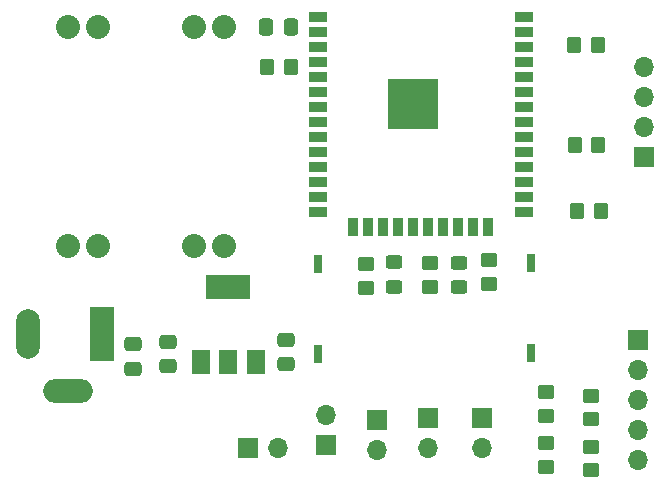
<source format=gbr>
%TF.GenerationSoftware,KiCad,Pcbnew,7.0.1*%
%TF.CreationDate,2023-04-20T22:59:21+02:00*%
%TF.ProjectId,Laserdinges,4c617365-7264-4696-9e67-65732e6b6963,rev?*%
%TF.SameCoordinates,Original*%
%TF.FileFunction,Soldermask,Top*%
%TF.FilePolarity,Negative*%
%FSLAX46Y46*%
G04 Gerber Fmt 4.6, Leading zero omitted, Abs format (unit mm)*
G04 Created by KiCad (PCBNEW 7.0.1) date 2023-04-20 22:59:21*
%MOMM*%
%LPD*%
G01*
G04 APERTURE LIST*
G04 Aperture macros list*
%AMRoundRect*
0 Rectangle with rounded corners*
0 $1 Rounding radius*
0 $2 $3 $4 $5 $6 $7 $8 $9 X,Y pos of 4 corners*
0 Add a 4 corners polygon primitive as box body*
4,1,4,$2,$3,$4,$5,$6,$7,$8,$9,$2,$3,0*
0 Add four circle primitives for the rounded corners*
1,1,$1+$1,$2,$3*
1,1,$1+$1,$4,$5*
1,1,$1+$1,$6,$7*
1,1,$1+$1,$8,$9*
0 Add four rect primitives between the rounded corners*
20,1,$1+$1,$2,$3,$4,$5,0*
20,1,$1+$1,$4,$5,$6,$7,0*
20,1,$1+$1,$6,$7,$8,$9,0*
20,1,$1+$1,$8,$9,$2,$3,0*%
G04 Aperture macros list end*
%ADD10C,2.032000*%
%ADD11RoundRect,0.250000X-0.450000X0.350000X-0.450000X-0.350000X0.450000X-0.350000X0.450000X0.350000X0*%
%ADD12RoundRect,0.250000X0.350000X0.450000X-0.350000X0.450000X-0.350000X-0.450000X0.350000X-0.450000X0*%
%ADD13R,0.760000X1.600000*%
%ADD14RoundRect,0.250000X0.475000X-0.337500X0.475000X0.337500X-0.475000X0.337500X-0.475000X-0.337500X0*%
%ADD15RoundRect,0.250000X0.450000X-0.350000X0.450000X0.350000X-0.450000X0.350000X-0.450000X-0.350000X0*%
%ADD16R,1.500000X2.000000*%
%ADD17R,3.800000X2.000000*%
%ADD18R,1.700000X1.700000*%
%ADD19O,1.700000X1.700000*%
%ADD20RoundRect,0.250000X0.337500X0.475000X-0.337500X0.475000X-0.337500X-0.475000X0.337500X-0.475000X0*%
%ADD21R,2.000000X4.600000*%
%ADD22O,2.000000X4.200000*%
%ADD23O,4.200000X2.000000*%
%ADD24RoundRect,0.250000X0.450000X-0.325000X0.450000X0.325000X-0.450000X0.325000X-0.450000X-0.325000X0*%
%ADD25RoundRect,0.250000X-0.475000X0.337500X-0.475000X-0.337500X0.475000X-0.337500X0.475000X0.337500X0*%
%ADD26R,1.500000X0.900000*%
%ADD27R,0.900000X1.500000*%
%ADD28C,0.600000*%
%ADD29R,4.200000X4.200000*%
%ADD30RoundRect,0.250000X-0.350000X-0.450000X0.350000X-0.450000X0.350000X0.450000X-0.350000X0.450000X0*%
G04 APERTURE END LIST*
D10*
%TO.C,U4*%
X84032800Y-83992400D03*
X86572800Y-83992400D03*
X94700800Y-83992400D03*
X97240800Y-83992400D03*
X97240800Y-65450400D03*
X94700800Y-65450400D03*
X86572800Y-65450400D03*
X84032800Y-65450400D03*
%TD*%
D11*
%TO.C,R9*%
X128330400Y-101010400D03*
X128330400Y-103010400D03*
%TD*%
%TO.C,R10*%
X124469600Y-96378200D03*
X124469600Y-98378200D03*
%TD*%
D12*
%TO.C,R6*%
X128924000Y-75508800D03*
X126924000Y-75508800D03*
%TD*%
D13*
%TO.C,SW1*%
X105191000Y-85567200D03*
X105191000Y-93187200D03*
%TD*%
D14*
%TO.C,C2*%
X102498600Y-94017600D03*
X102498600Y-91942600D03*
%TD*%
D15*
%TO.C,R4*%
X109255000Y-87557800D03*
X109255000Y-85557800D03*
%TD*%
D16*
%TO.C,U2*%
X95321800Y-93823000D03*
X97621800Y-93823000D03*
D17*
X97621800Y-87523000D03*
D16*
X99921800Y-93823000D03*
%TD*%
D18*
%TO.C,SW5*%
X114554000Y-98552000D03*
D19*
X114554000Y-101092000D03*
%TD*%
D18*
%TO.C,U3*%
X132334000Y-91948000D03*
D19*
X132334000Y-94488000D03*
X132334000Y-97028000D03*
X132334000Y-99568000D03*
X132334000Y-102108000D03*
%TD*%
D20*
%TO.C,C1*%
X102879600Y-65450400D03*
X100804600Y-65450400D03*
%TD*%
D11*
%TO.C,R11*%
X124469600Y-100696200D03*
X124469600Y-102696200D03*
%TD*%
D18*
%TO.C,SW3*%
X105902200Y-100838000D03*
D19*
X105902200Y-98298000D03*
%TD*%
D11*
%TO.C,R8*%
X128330400Y-96692400D03*
X128330400Y-98692400D03*
%TD*%
D13*
%TO.C,SW2*%
X123225000Y-93085600D03*
X123225000Y-85465600D03*
%TD*%
D18*
%TO.C,SW4*%
X110169400Y-98791200D03*
D19*
X110169400Y-101331200D03*
%TD*%
D21*
%TO.C,J2*%
X86928400Y-91460000D03*
D22*
X80628400Y-91460000D03*
D23*
X84028400Y-96260000D03*
%TD*%
D15*
%TO.C,R7*%
X114716000Y-87456200D03*
X114716000Y-85456200D03*
%TD*%
D14*
%TO.C,C4*%
X89519200Y-94402500D03*
X89519200Y-92327500D03*
%TD*%
D18*
%TO.C,SW6*%
X119126000Y-98552000D03*
D19*
X119126000Y-101092000D03*
%TD*%
D18*
%TO.C,U5*%
X99279400Y-101112000D03*
D19*
X101819400Y-101112000D03*
%TD*%
D18*
%TO.C,J1*%
X132842000Y-76454000D03*
D19*
X132842000Y-73914000D03*
X132842000Y-71374000D03*
X132842000Y-68834000D03*
%TD*%
D15*
%TO.C,R3*%
X119719800Y-87237000D03*
X119719800Y-85237000D03*
%TD*%
D24*
%TO.C,D2*%
X111642600Y-87455800D03*
X111642600Y-85405800D03*
%TD*%
D12*
%TO.C,R2*%
X129152600Y-81020600D03*
X127152600Y-81020600D03*
%TD*%
D24*
%TO.C,D1*%
X117154400Y-87490200D03*
X117154400Y-85440200D03*
%TD*%
D25*
%TO.C,C3*%
X92491000Y-92120400D03*
X92491000Y-94195400D03*
%TD*%
D26*
%TO.C,U1*%
X105164000Y-64632600D03*
X105164000Y-65902600D03*
X105164000Y-67172600D03*
X105164000Y-68442600D03*
X105164000Y-69712600D03*
X105164000Y-70982600D03*
X105164000Y-72252600D03*
X105164000Y-73522600D03*
X105164000Y-74792600D03*
X105164000Y-76062600D03*
X105164000Y-77332600D03*
X105164000Y-78602600D03*
X105164000Y-79872600D03*
X105164000Y-81142600D03*
D27*
X108204000Y-82392600D03*
X109474000Y-82392600D03*
X110744000Y-82392600D03*
X112014000Y-82392600D03*
X113284000Y-82392600D03*
X114554000Y-82392600D03*
X115824000Y-82392600D03*
X117094000Y-82392600D03*
X118364000Y-82392600D03*
X119634000Y-82392600D03*
D26*
X122664000Y-81142600D03*
X122664000Y-79872600D03*
X122664000Y-78602600D03*
X122664000Y-77332600D03*
X122664000Y-76062600D03*
X122664000Y-74792600D03*
X122664000Y-73522600D03*
X122664000Y-72252600D03*
X122664000Y-70982600D03*
X122664000Y-69712600D03*
X122664000Y-68442600D03*
X122664000Y-67172600D03*
X122664000Y-65902600D03*
X122664000Y-64632600D03*
D28*
X111709000Y-71210100D03*
X111709000Y-72735100D03*
X112471500Y-70447600D03*
X112471500Y-71972600D03*
X112471500Y-73497600D03*
X113234000Y-71210100D03*
D29*
X113234000Y-71972600D03*
D28*
X113234000Y-72735100D03*
X113996500Y-70447600D03*
X113996500Y-71972600D03*
X113996500Y-73497600D03*
X114759000Y-71210100D03*
X114759000Y-72735100D03*
%TD*%
D30*
%TO.C,R1*%
X100879600Y-68879400D03*
X102879600Y-68879400D03*
%TD*%
D12*
%TO.C,R5*%
X128898600Y-66999800D03*
X126898600Y-66999800D03*
%TD*%
M02*

</source>
